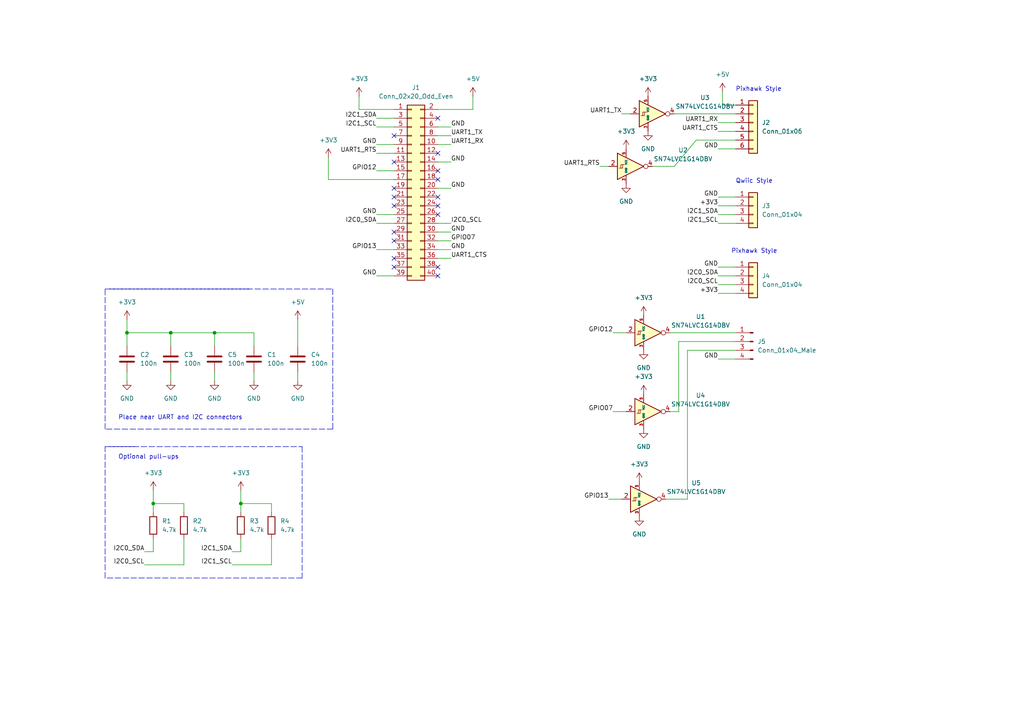
<source format=kicad_sch>
(kicad_sch (version 20211123) (generator eeschema)
  (paper "A4")
  (lib_symbols
    (symbol "74xGxx:SN74LVC1G14DBV"
      (property "Reference" "U" (at -2.54 5.08 0))
      (property "Value" "SN74LVC1G14DBV" (at 10.16 5.08 0))
      (symbol "SN74LVC1G14DBV_0_1"
        (polyline (pts (xy -1.016 0.508) (xy -0.508 0.508)))
        (polyline (pts (xy -2.54 3.81) (xy -2.54 -3.81) (xy 5.08 0) (xy -2.54 3.81)) (stroke (width 0.254)) (fill (type background)))
        (polyline (pts (xy -1.524 -0.508) (xy -1.524 0.508) (xy -1.016 0.508) (xy -1.016 -0.508) (xy -2.032 -0.508)))
        (circle (center 5.715 0) (radius 0.635))
      )
      (symbol "SN74LVC1G14DBV_1_1"
        (pin no_connect line (at 5.08 0 180) (length 2.54) hide (name "NC") (number "1"))
        (pin input line (at -5.08 0 0) (length 2.54) (name "~") (number "2"))
        (pin power_in line (at 0 -5.08 90) (length 2.54) (name "GND") (number "3"))
        (pin output line (at 7.62 0 180) (length 1.27) (name "~") (number "4"))
        (pin power_in line (at 0 5.08 270) (length 2.54) (name "VCC") (number "5"))
      )
    )
    (symbol "Connector:Conn_01x04_Male" (pin_names (offset 1.016) hide)
      (property "Reference" "J" (at 0 5.08 0))
      (property "Value" "Conn_01x04_Male" (at 0 -7.62 0))
      (symbol "Conn_01x04_Male_1_1"
        (polyline (pts (xy 1.27 -5.08) (xy 0.8636 -5.08)) (stroke (width 0.1524)))
        (polyline (pts (xy 1.27 -2.54) (xy 0.8636 -2.54)) (stroke (width 0.1524)))
        (polyline (pts (xy 1.27 0) (xy 0.8636 0)) (stroke (width 0.1524)))
        (polyline (pts (xy 1.27 2.54) (xy 0.8636 2.54)) (stroke (width 0.1524)))
        (rectangle (start 0.8636 -4.953) (end 0 -5.207) (stroke (width 0.1524)) (fill (type outline)))
        (rectangle (start 0.8636 -2.413) (end 0 -2.667) (stroke (width 0.1524)) (fill (type outline)))
        (rectangle (start 0.8636 0.127) (end 0 -0.127) (stroke (width 0.1524)) (fill (type outline)))
        (rectangle (start 0.8636 2.667) (end 0 2.413) (stroke (width 0.1524)) (fill (type outline)))
        (pin passive line (at 5.08 2.54 180) (length 3.81) (name "Pin_1") (number "1"))
        (pin passive line (at 5.08 0 180) (length 3.81) (name "Pin_2") (number "2"))
        (pin passive line (at 5.08 -2.54 180) (length 3.81) (name "Pin_3") (number "3"))
        (pin passive line (at 5.08 -5.08 180) (length 3.81) (name "Pin_4") (number "4"))
      )
    )
    (symbol "Connector_Generic:Conn_01x04" (pin_names (offset 1.016) hide)
      (property "Reference" "J" (at 0 5.08 0))
      (property "Value" "Conn_01x04" (at 0 -7.62 0))
      (symbol "Conn_01x04_1_1"
        (rectangle (start -1.27 -4.953) (end 0 -5.207) (stroke (width 0.1524)))
        (rectangle (start -1.27 -2.413) (end 0 -2.667) (stroke (width 0.1524)))
        (rectangle (start -1.27 0.127) (end 0 -0.127) (stroke (width 0.1524)))
        (rectangle (start -1.27 2.667) (end 0 2.413) (stroke (width 0.1524)))
        (rectangle (start -1.27 3.81) (end 1.27 -6.35) (stroke (width 0.254)) (fill (type background)))
        (pin passive line (at -5.08 2.54 0) (length 3.81) (name "Pin_1") (number "1"))
        (pin passive line (at -5.08 0 0) (length 3.81) (name "Pin_2") (number "2"))
        (pin passive line (at -5.08 -2.54 0) (length 3.81) (name "Pin_3") (number "3"))
        (pin passive line (at -5.08 -5.08 0) (length 3.81) (name "Pin_4") (number "4"))
      )
    )
    (symbol "Connector_Generic:Conn_01x06" (pin_names (offset 1.016) hide)
      (property "Reference" "J" (at 0 7.62 0))
      (property "Value" "Conn_01x06" (at 0 -10.16 0))
      (symbol "Conn_01x06_1_1"
        (rectangle (start -1.27 -7.493) (end 0 -7.747) (stroke (width 0.1524)))
        (rectangle (start -1.27 -4.953) (end 0 -5.207) (stroke (width 0.1524)))
        (rectangle (start -1.27 -2.413) (end 0 -2.667) (stroke (width 0.1524)))
        (rectangle (start -1.27 0.127) (end 0 -0.127) (stroke (width 0.1524)))
        (rectangle (start -1.27 2.667) (end 0 2.413) (stroke (width 0.1524)))
        (rectangle (start -1.27 5.207) (end 0 4.953) (stroke (width 0.1524)))
        (rectangle (start -1.27 6.35) (end 1.27 -8.89) (stroke (width 0.254)) (fill (type background)))
        (pin passive line (at -5.08 5.08 0) (length 3.81) (name "Pin_1") (number "1"))
        (pin passive line (at -5.08 2.54 0) (length 3.81) (name "Pin_2") (number "2"))
        (pin passive line (at -5.08 0 0) (length 3.81) (name "Pin_3") (number "3"))
        (pin passive line (at -5.08 -2.54 0) (length 3.81) (name "Pin_4") (number "4"))
        (pin passive line (at -5.08 -5.08 0) (length 3.81) (name "Pin_5") (number "5"))
        (pin passive line (at -5.08 -7.62 0) (length 3.81) (name "Pin_6") (number "6"))
      )
    )
    (symbol "Connector_Generic:Conn_02x20_Odd_Even" (pin_names (offset 1.016) hide)
      (property "Reference" "J" (at 1.27 25.4 0))
      (property "Value" "Conn_02x20_Odd_Even" (at 1.27 -27.94 0))
      (symbol "Conn_02x20_Odd_Even_1_1"
        (rectangle (start -1.27 -25.273) (end 0 -25.527) (stroke (width 0.1524)))
        (rectangle (start -1.27 -22.733) (end 0 -22.987) (stroke (width 0.1524)))
        (rectangle (start -1.27 -20.193) (end 0 -20.447) (stroke (width 0.1524)))
        (rectangle (start -1.27 -17.653) (end 0 -17.907) (stroke (width 0.1524)))
        (rectangle (start -1.27 -15.113) (end 0 -15.367) (stroke (width 0.1524)))
        (rectangle (start -1.27 -12.573) (end 0 -12.827) (stroke (width 0.1524)))
        (rectangle (start -1.27 -10.033) (end 0 -10.287) (stroke (width 0.1524)))
        (rectangle (start -1.27 -7.493) (end 0 -7.747) (stroke (width 0.1524)))
        (rectangle (start -1.27 -4.953) (end 0 -5.207) (stroke (width 0.1524)))
        (rectangle (start -1.27 -2.413) (end 0 -2.667) (stroke (width 0.1524)))
        (rectangle (start -1.27 0.127) (end 0 -0.127) (stroke (width 0.1524)))
        (rectangle (start -1.27 2.667) (end 0 2.413) (stroke (width 0.1524)))
        (rectangle (start -1.27 5.207) (end 0 4.953) (stroke (width 0.1524)))
        (rectangle (start -1.27 7.747) (end 0 7.493) (stroke (width 0.1524)))
        (rectangle (start -1.27 10.287) (end 0 10.033) (stroke (width 0.1524)))
        (rectangle (start -1.27 12.827) (end 0 12.573) (stroke (width 0.1524)))
        (rectangle (start -1.27 15.367) (end 0 15.113) (stroke (width 0.1524)))
        (rectangle (start -1.27 17.907) (end 0 17.653) (stroke (width 0.1524)))
        (rectangle (start -1.27 20.447) (end 0 20.193) (stroke (width 0.1524)))
        (rectangle (start -1.27 22.987) (end 0 22.733) (stroke (width 0.1524)))
        (rectangle (start -1.27 24.13) (end 3.81 -26.67) (stroke (width 0.254)) (fill (type background)))
        (rectangle (start 3.81 -25.273) (end 2.54 -25.527) (stroke (width 0.1524)))
        (rectangle (start 3.81 -22.733) (end 2.54 -22.987) (stroke (width 0.1524)))
        (rectangle (start 3.81 -20.193) (end 2.54 -20.447) (stroke (width 0.1524)))
        (rectangle (start 3.81 -17.653) (end 2.54 -17.907) (stroke (width 0.1524)))
        (rectangle (start 3.81 -15.113) (end 2.54 -15.367) (stroke (width 0.1524)))
        (rectangle (start 3.81 -12.573) (end 2.54 -12.827) (stroke (width 0.1524)))
        (rectangle (start 3.81 -10.033) (end 2.54 -10.287) (stroke (width 0.1524)))
        (rectangle (start 3.81 -7.493) (end 2.54 -7.747) (stroke (width 0.1524)))
        (rectangle (start 3.81 -4.953) (end 2.54 -5.207) (stroke (width 0.1524)))
        (rectangle (start 3.81 -2.413) (end 2.54 -2.667) (stroke (width 0.1524)))
        (rectangle (start 3.81 0.127) (end 2.54 -0.127) (stroke (width 0.1524)))
        (rectangle (start 3.81 2.667) (end 2.54 2.413) (stroke (width 0.1524)))
        (rectangle (start 3.81 5.207) (end 2.54 4.953) (stroke (width 0.1524)))
        (rectangle (start 3.81 7.747) (end 2.54 7.493) (stroke (width 0.1524)))
        (rectangle (start 3.81 10.287) (end 2.54 10.033) (stroke (width 0.1524)))
        (rectangle (start 3.81 12.827) (end 2.54 12.573) (stroke (width 0.1524)))
        (rectangle (start 3.81 15.367) (end 2.54 15.113) (stroke (width 0.1524)))
        (rectangle (start 3.81 17.907) (end 2.54 17.653) (stroke (width 0.1524)))
        (rectangle (start 3.81 20.447) (end 2.54 20.193) (stroke (width 0.1524)))
        (rectangle (start 3.81 22.987) (end 2.54 22.733) (stroke (width 0.1524)))
        (pin passive line (at -5.08 22.86 0) (length 3.81) (name "Pin_1") (number "1"))
        (pin passive line (at 7.62 12.7 180) (length 3.81) (name "Pin_10") (number "10"))
        (pin passive line (at -5.08 10.16 0) (length 3.81) (name "Pin_11") (number "11"))
        (pin passive line (at 7.62 10.16 180) (length 3.81) (name "Pin_12") (number "12"))
        (pin passive line (at -5.08 7.62 0) (length 3.81) (name "Pin_13") (number "13"))
        (pin passive line (at 7.62 7.62 180) (length 3.81) (name "Pin_14") (number "14"))
        (pin passive line (at -5.08 5.08 0) (length 3.81) (name "Pin_15") (number "15"))
        (pin passive line (at 7.62 5.08 180) (length 3.81) (name "Pin_16") (number "16"))
        (pin passive line (at -5.08 2.54 0) (length 3.81) (name "Pin_17") (number "17"))
        (pin passive line (at 7.62 2.54 180) (length 3.81) (name "Pin_18") (number "18"))
        (pin passive line (at -5.08 0 0) (length 3.81) (name "Pin_19") (number "19"))
        (pin passive line (at 7.62 22.86 180) (length 3.81) (name "Pin_2") (number "2"))
        (pin passive line (at 7.62 0 180) (length 3.81) (name "Pin_20") (number "20"))
        (pin passive line (at -5.08 -2.54 0) (length 3.81) (name "Pin_21") (number "21"))
        (pin passive line (at 7.62 -2.54 180) (length 3.81) (name "Pin_22") (number "22"))
        (pin passive line (at -5.08 -5.08 0) (length 3.81) (name "Pin_23") (number "23"))
        (pin passive line (at 7.62 -5.08 180) (length 3.81) (name "Pin_24") (number "24"))
        (pin passive line (at -5.08 -7.62 0) (length 3.81) (name "Pin_25") (number "25"))
        (pin passive line (at 7.62 -7.62 180) (length 3.81) (name "Pin_26") (number "26"))
        (pin passive line (at -5.08 -10.16 0) (length 3.81) (name "Pin_27") (number "27"))
        (pin passive line (at 7.62 -10.16 180) (length 3.81) (name "Pin_28") (number "28"))
        (pin passive line (at -5.08 -12.7 0) (length 3.81) (name "Pin_29") (number "29"))
        (pin passive line (at -5.08 20.32 0) (length 3.81) (name "Pin_3") (number "3"))
        (pin passive line (at 7.62 -12.7 180) (length 3.81) (name "Pin_30") (number "30"))
        (pin passive line (at -5.08 -15.24 0) (length 3.81) (name "Pin_31") (number "31"))
        (pin passive line (at 7.62 -15.24 180) (length 3.81) (name "Pin_32") (number "32"))
        (pin passive line (at -5.08 -17.78 0) (length 3.81) (name "Pin_33") (number "33"))
        (pin passive line (at 7.62 -17.78 180) (length 3.81) (name "Pin_34") (number "34"))
        (pin passive line (at -5.08 -20.32 0) (length 3.81) (name "Pin_35") (number "35"))
        (pin passive line (at 7.62 -20.32 180) (length 3.81) (name "Pin_36") (number "36"))
        (pin passive line (at -5.08 -22.86 0) (length 3.81) (name "Pin_37") (number "37"))
        (pin passive line (at 7.62 -22.86 180) (length 3.81) (name "Pin_38") (number "38"))
        (pin passive line (at -5.08 -25.4 0) (length 3.81) (name "Pin_39") (number "39"))
        (pin passive line (at 7.62 20.32 180) (length 3.81) (name "Pin_4") (number "4"))
        (pin passive line (at 7.62 -25.4 180) (length 3.81) (name "Pin_40") (number "40"))
        (pin passive line (at -5.08 17.78 0) (length 3.81) (name "Pin_5") (number "5"))
        (pin passive line (at 7.62 17.78 180) (length 3.81) (name "Pin_6") (number "6"))
        (pin passive line (at -5.08 15.24 0) (length 3.81) (name "Pin_7") (number "7"))
        (pin passive line (at 7.62 15.24 180) (length 3.81) (name "Pin_8") (number "8"))
        (pin passive line (at -5.08 12.7 0) (length 3.81) (name "Pin_9") (number "9"))
      )
    )
    (symbol "Device:C" (pin_numbers hide) (pin_names (offset 0.254))
      (property "Reference" "C" (at 0.635 2.54 0))
      (property "Value" "C" (at 0.635 -2.54 0))
      (symbol "C_0_1"
        (polyline (pts (xy -2.032 -0.762) (xy 2.032 -0.762)) (stroke (width 0.508)))
        (polyline (pts (xy -2.032 0.762) (xy 2.032 0.762)) (stroke (width 0.508)))
      )
      (symbol "C_1_1"
        (pin passive line (at 0 3.81 270) (length 2.794) (name "~") (number "1"))
        (pin passive line (at 0 -3.81 90) (length 2.794) (name "~") (number "2"))
      )
    )
    (symbol "Device:R" (pin_numbers hide) (pin_names (offset 0))
      (property "Reference" "R" (at 2.032 0 90))
      (property "Value" "R" (at 0 0 90))
      (symbol "R_0_1"
        (rectangle (start -1.016 -2.54) (end 1.016 2.54) (stroke (width 0.254)))
      )
      (symbol "R_1_1"
        (pin passive line (at 0 3.81 270) (length 1.27) (name "~") (number "1"))
        (pin passive line (at 0 -3.81 90) (length 1.27) (name "~") (number "2"))
      )
    )
    (symbol "power:+3V3" (power) (pin_names (offset 0))
      (property "Value" "+3V3" (at 0 3.556 0))
      (symbol "+3V3_0_1"
        (polyline (pts (xy -0.762 1.27) (xy 0 2.54)))
        (polyline (pts (xy 0 0) (xy 0 2.54)))
        (polyline (pts (xy 0 2.54) (xy 0.762 1.27)))
      )
      (symbol "+3V3_1_1"
        (pin power_in line (at 0 0 90) (length 0) hide (name "+3V3") (number "1"))
      )
    )
    (symbol "power:+5V" (power) (pin_names (offset 0))
      (property "Value" "+5V" (at 0 3.556 0))
      (symbol "+5V_0_1"
        (polyline (pts (xy -0.762 1.27) (xy 0 2.54)))
        (polyline (pts (xy 0 0) (xy 0 2.54)))
        (polyline (pts (xy 0 2.54) (xy 0.762 1.27)))
      )
      (symbol "+5V_1_1"
        (pin power_in line (at 0 0 90) (length 0) hide (name "+5V") (number "1"))
      )
    )
    (symbol "power:GND" (power) (pin_names (offset 0))
      (property "Value" "GND" (at 0 -3.81 0))
      (symbol "GND_0_1"
        (polyline (pts (xy 0 0) (xy 0 -1.27) (xy 1.27 -1.27) (xy 0 -2.54) (xy -1.27 -1.27) (xy 0 -1.27)))
      )
      (symbol "GND_1_1"
        (pin power_in line (at 0 0 270) (length 0) hide (name "GND") (number "1"))
      )
    )
  )
  (junction (at 69.85 146.05))
  (junction (at 36.83 96.52))
  (junction (at 62.23 96.52))
  (junction (at 44.45 146.05))
  (junction (at 49.53 96.52))
  (no_connect (at 127 44.45))
  (no_connect (at 114.3 57.15))
  (no_connect (at 114.3 54.61))
  (no_connect (at 114.3 46.99))
  (no_connect (at 114.3 39.37))
  (no_connect (at 127 49.53))
  (no_connect (at 127 52.07))
  (no_connect (at 127 57.15))
  (no_connect (at 127 77.47))
  (no_connect (at 127 80.01))
  (no_connect (at 114.3 77.47))
  (no_connect (at 114.3 74.93))
  (no_connect (at 127 59.69))
  (no_connect (at 127 62.23))
  (no_connect (at 114.3 69.85))
  (no_connect (at 114.3 59.69))
  (no_connect (at 114.3 67.31))
  (no_connect (at 127 34.29))
  (wire (pts (xy 180.34 33.02) (xy 182.88 33.02)))
  (wire (pts (xy 36.83 92.71) (xy 36.83 96.52)))
  (wire (pts (xy 127 31.75) (xy 137.16 31.75)))
  (wire (pts (xy 127 67.31) (xy 130.81 67.31)))
  (wire (pts (xy 193.04 144.78) (xy 199.39 144.78)))
  (wire (pts (xy 69.85 160.02) (xy 69.85 156.21)))
  (wire (pts (xy 86.36 107.95) (xy 86.36 110.49)))
  (wire (pts (xy 173.99 48.26) (xy 176.53 48.26)))
  (wire (pts (xy 208.28 38.1) (xy 213.36 38.1)))
  (wire (pts (xy 41.91 160.02) (xy 44.45 160.02)))
  (wire (pts (xy 44.45 146.05) (xy 44.45 148.59)))
  (polyline (pts (xy 96.52 83.82) (xy 96.52 124.46)))
  (polyline (pts (xy 30.48 129.54) (xy 39.37 129.54)))
  (wire (pts (xy 53.34 148.59) (xy 53.34 146.05)))
  (wire (pts (xy 213.36 30.48) (xy 209.55 30.48)))
  (wire (pts (xy 109.22 41.91) (xy 114.3 41.91)))
  (wire (pts (xy 208.28 85.09) (xy 213.36 85.09)))
  (wire (pts (xy 49.53 100.33) (xy 49.53 96.52)))
  (wire (pts (xy 41.91 163.83) (xy 53.34 163.83)))
  (wire (pts (xy 109.22 62.23) (xy 114.3 62.23)))
  (wire (pts (xy 62.23 107.95) (xy 62.23 110.49)))
  (wire (pts (xy 86.36 92.71) (xy 86.36 100.33)))
  (wire (pts (xy 44.45 146.05) (xy 53.34 146.05)))
  (wire (pts (xy 127 36.83) (xy 130.81 36.83)))
  (wire (pts (xy 213.36 40.64) (xy 201.93 40.64)))
  (wire (pts (xy 127 69.85) (xy 130.81 69.85)))
  (wire (pts (xy 199.39 101.6) (xy 213.36 101.6)))
  (wire (pts (xy 189.23 48.26) (xy 195.58 48.26)))
  (wire (pts (xy 208.28 59.69) (xy 213.36 59.69)))
  (wire (pts (xy 208.28 43.18) (xy 213.36 43.18)))
  (wire (pts (xy 208.28 62.23) (xy 213.36 62.23)))
  (wire (pts (xy 196.85 119.38) (xy 196.85 99.06)))
  (wire (pts (xy 114.3 52.07) (xy 95.25 52.07)))
  (wire (pts (xy 127 74.93) (xy 130.81 74.93)))
  (wire (pts (xy 109.22 49.53) (xy 114.3 49.53)))
  (wire (pts (xy 208.28 80.01) (xy 213.36 80.01)))
  (wire (pts (xy 62.23 96.52) (xy 73.66 96.52)))
  (wire (pts (xy 109.22 36.83) (xy 114.3 36.83)))
  (wire (pts (xy 109.22 72.39) (xy 114.3 72.39)))
  (wire (pts (xy 62.23 100.33) (xy 62.23 96.52)))
  (wire (pts (xy 49.53 96.52) (xy 62.23 96.52)))
  (wire (pts (xy 127 64.77) (xy 130.81 64.77)))
  (wire (pts (xy 177.8 96.52) (xy 181.61 96.52)))
  (wire (pts (xy 208.28 64.77) (xy 213.36 64.77)))
  (wire (pts (xy 36.83 107.95) (xy 36.83 110.49)))
  (wire (pts (xy 109.22 80.01) (xy 114.3 80.01)))
  (wire (pts (xy 109.22 44.45) (xy 114.3 44.45)))
  (wire (pts (xy 53.34 156.21) (xy 53.34 163.83)))
  (wire (pts (xy 195.58 33.02) (xy 213.36 33.02)))
  (wire (pts (xy 67.31 163.83) (xy 78.74 163.83)))
  (wire (pts (xy 127 54.61) (xy 130.81 54.61)))
  (wire (pts (xy 201.93 40.64) (xy 195.58 48.26)))
  (wire (pts (xy 208.28 35.56) (xy 213.36 35.56)))
  (wire (pts (xy 104.14 31.75) (xy 104.14 27.94)))
  (wire (pts (xy 114.3 31.75) (xy 104.14 31.75)))
  (wire (pts (xy 69.85 146.05) (xy 69.85 148.59)))
  (wire (pts (xy 109.22 34.29) (xy 114.3 34.29)))
  (wire (pts (xy 127 41.91) (xy 130.81 41.91)))
  (wire (pts (xy 109.22 64.77) (xy 114.3 64.77)))
  (wire (pts (xy 209.55 30.48) (xy 209.55 26.67)))
  (wire (pts (xy 36.83 100.33) (xy 36.83 96.52)))
  (wire (pts (xy 69.85 146.05) (xy 78.74 146.05)))
  (wire (pts (xy 44.45 160.02) (xy 44.45 156.21)))
  (wire (pts (xy 49.53 107.95) (xy 49.53 110.49)))
  (polyline (pts (xy 87.63 167.64) (xy 30.48 167.64)))
  (wire (pts (xy 208.28 104.14) (xy 213.36 104.14)))
  (wire (pts (xy 127 39.37) (xy 130.81 39.37)))
  (wire (pts (xy 78.74 148.59) (xy 78.74 146.05)))
  (polyline (pts (xy 31.75 129.54) (xy 87.63 129.54)))
  (wire (pts (xy 69.85 142.24) (xy 69.85 146.05)))
  (wire (pts (xy 196.85 99.06) (xy 213.36 99.06)))
  (wire (pts (xy 137.16 31.75) (xy 137.16 27.94)))
  (polyline (pts (xy 96.52 124.46) (xy 30.48 124.46)))
  (polyline (pts (xy 30.48 124.46) (xy 30.48 83.82)))
  (wire (pts (xy 194.31 119.38) (xy 196.85 119.38)))
  (wire (pts (xy 73.66 107.95) (xy 73.66 110.49)))
  (wire (pts (xy 44.45 142.24) (xy 44.45 146.05)))
  (polyline (pts (xy 30.48 83.82) (xy 96.52 83.82)))
  (wire (pts (xy 177.8 119.38) (xy 181.61 119.38)))
  (wire (pts (xy 127 72.39) (xy 130.81 72.39)))
  (polyline (pts (xy 30.48 167.64) (xy 30.48 129.54)))
  (wire (pts (xy 36.83 96.52) (xy 49.53 96.52)))
  (polyline (pts (xy 31.75 83.82) (xy 72.39 83.82)))
  (wire (pts (xy 199.39 144.78) (xy 199.39 101.6)))
  (wire (pts (xy 73.66 96.52) (xy 73.66 100.33)))
  (wire (pts (xy 208.28 57.15) (xy 213.36 57.15)))
  (wire (pts (xy 194.31 96.52) (xy 213.36 96.52)))
  (wire (pts (xy 176.53 144.78) (xy 180.34 144.78)))
  (wire (pts (xy 95.25 52.07) (xy 95.25 45.72)))
  (wire (pts (xy 127 46.99) (xy 130.81 46.99)))
  (wire (pts (xy 78.74 156.21) (xy 78.74 163.83)))
  (wire (pts (xy 208.28 82.55) (xy 213.36 82.55)))
  (polyline (pts (xy 87.63 129.54) (xy 87.63 167.64)))
  (wire (pts (xy 208.28 77.47) (xy 213.36 77.47)))
  (wire (pts (xy 67.31 160.02) (xy 69.85 160.02)))
  (text "Place near UART and I2C connectors" (at 34.29 121.92 0) (effects (font (size 1.27 1.27)) (justify left bottom)))
  (text "Pixhawk Style" (at 212.09 73.66 0) (effects (font (size 1.27 1.27)) (justify left bottom)))
  (text "Qwiic Style" (at 213.36 53.34 0) (effects (font (size 1.27 1.27)) (justify left bottom)))
  (text "Optional pull-ups" (at 34.29 133.35 0) (effects (font (size 1.27 1.27)) (justify left bottom)))
  (text "Pixhawk Style" (at 213.36 26.67 0) (effects (font (size 1.27 1.27)) (justify left bottom)))
  (label "GPIO07" (at 130.81 69.85 0))
  (label "+3V3" (at 208.28 85.09 180))
  (label "I2C0_SCL" (at 130.81 64.77 0))
  (label "UART1_CTS" (at 130.81 74.93 0))
  (label "GND" (at 130.81 36.83 0))
  (label "UART1_RTS" (at 109.22 44.45 180))
  (label "UART1_RX" (at 130.81 41.91 0))
  (label "I2C1_SDA" (at 208.28 62.23 180))
  (label "UART1_CTS" (at 208.28 38.1 180))
  (label "GND" (at 130.81 54.61 0))
  (label "GND" (at 208.28 77.47 180))
  (label "I2C1_SDA" (at 67.31 160.02 180))
  (label "GPIO13" (at 109.22 72.39 180))
  (label "GPIO12" (at 177.8 96.52 180))
  (label "I2C1_SCL" (at 67.31 163.83 180))
  (label "I2C0_SDA" (at 208.28 80.01 180))
  (label "GND" (at 109.22 62.23 180))
  (label "I2C0_SDA" (at 41.91 160.02 180))
  (label "GND" (at 130.81 72.39 0))
  (label "I2C0_SDA" (at 109.22 64.77 180))
  (label "GND" (at 130.81 46.99 0))
  (label "+3V3" (at 208.28 59.69 180))
  (label "I2C0_SCL" (at 41.91 163.83 180))
  (label "GND" (at 109.22 41.91 180))
  (label "UART1_TX" (at 180.34 33.02 180))
  (label "I2C1_SCL" (at 208.28 64.77 180))
  (label "GND" (at 208.28 104.14 180))
  (label "UART1_RTS" (at 173.99 48.26 180))
  (label "I2C0_SCL" (at 208.28 82.55 180))
  (label "GPIO12" (at 109.22 49.53 180))
  (label "GND" (at 208.28 57.15 180))
  (label "GND" (at 109.22 80.01 180))
  (label "UART1_RX" (at 208.28 35.56 180))
  (label "GND" (at 130.81 67.31 0))
  (label "GPIO07" (at 177.8 119.38 180))
  (label "I2C1_SDA" (at 109.22 34.29 180))
  (label "UART1_TX" (at 130.81 39.37 0))
  (label "GPIO13" (at 176.53 144.78 180))
  (label "I2C1_SCL" (at 109.22 36.83 180))
  (label "GND" (at 208.28 43.18 180))
  (symbol (lib_id "power:GND") (at 36.83 110.49 0) (unit 1)
    (property "Reference" "#PWR04" (effects hide))
    (property "Value" "GND" (at 36.83 115.57 0))
  )
  (symbol (lib_id "Device:R") (at 44.45 152.4 0) (unit 1)
    (property "Reference" "R1" (at 46.99 151.1299 0) (effects (justify left)))
    (property "Value" "4.7k" (at 46.99 153.6699 0) (effects (justify left)))
    (property "Footprint" "Resistor_SMD:R_0603_1608Metric_Pad0.98x0.95mm_HandSolder" (effects hide))
  )
  (symbol (lib_id "power:+3V3") (at 95.25 45.72 0) (unit 1)
    (property "Reference" "#PWR0112" (effects hide))
    (property "Value" "+3V3" (at 95.25 40.64 0))
  )
  (symbol (lib_id "Device:R") (at 78.74 152.4 0) (unit 1)
    (property "Reference" "R4" (at 81.28 151.1299 0) (effects (justify left)))
    (property "Value" "4.7k" (at 81.28 153.6699 0) (effects (justify left)))
    (property "Footprint" "Resistor_SMD:R_0603_1608Metric_Pad0.98x0.95mm_HandSolder" (effects hide))
  )
  (symbol (lib_id "Connector:Conn_01x04_Male") (at 218.44 99.06 0) (mirror y) (unit 1)
    (property "Reference" "J5" (at 219.71 99.0599 0) (effects (justify right)))
    (property "Value" "Conn_01x04_Male" (at 219.71 101.5999 0) (effects (justify right)))
    (property "Footprint" "Connector_PinHeader_2.54mm:PinHeader_1x04_P2.54mm_Vertical" (effects hide))
  )
  (symbol (lib_id "power:GND") (at 187.96 38.1 0) (unit 1)
    (property "Reference" "#PWR0103" (effects hide))
    (property "Value" "GND" (at 187.96 43.18 0))
  )
  (symbol (lib_id "74xGxx:SN74LVC1G14DBV") (at 181.61 48.26 0) (unit 1)
    (property "Reference" "U2" (at 198.12 43.561 0))
    (property "Value" "SN74LVC1G14DBV" (at 198.12 46.101 0))
    (property "Footprint" "Package_TO_SOT_SMD:SOT-23-5" (effects hide))
    (property "Datasheet" "http://www.ti.com/lit/ds/symlink/sn74lvc1g14.pdf" (effects hide))
  )
  (symbol (lib_id "power:+3V3") (at 186.69 114.3 0) (unit 1)
    (property "Reference" "#PWR0109" (effects hide))
    (property "Value" "+3V3" (at 186.69 109.22 0))
  )
  (symbol (lib_id "power:GND") (at 86.36 110.49 0) (unit 1)
    (property "Reference" "#PWR09" (effects hide))
    (property "Value" "GND" (at 86.36 115.57 0))
  )
  (symbol (lib_id "power:GND") (at 186.69 124.46 0) (unit 1)
    (property "Reference" "#PWR0108" (effects hide))
    (property "Value" "GND" (at 186.69 129.54 0))
  )
  (symbol (lib_id "power:+3V3") (at 181.61 43.18 0) (unit 1)
    (property "Reference" "#PWR0102" (effects hide))
    (property "Value" "+3V3" (at 181.61 38.1 0))
  )
  (symbol (lib_id "power:+3V3") (at 185.42 139.7 0) (unit 1)
    (property "Reference" "#PWR0110" (effects hide))
    (property "Value" "+3V3" (at 185.42 134.62 0))
  )
  (symbol (lib_id "power:+3V3") (at 44.45 142.24 0) (unit 1)
    (property "Reference" "#PWR05" (effects hide))
    (property "Value" "+3V3" (at 44.45 137.16 0))
  )
  (symbol (lib_id "power:+5V") (at 209.55 26.67 0) (unit 1)
    (property "Reference" "#PWR013" (effects hide))
    (property "Value" "+5V" (at 209.55 21.59 0))
  )
  (symbol (lib_id "Connector_Generic:Conn_01x06") (at 218.44 35.56 0) (unit 1)
    (property "Reference" "J2" (at 220.98 35.5599 0) (effects (justify left)))
    (property "Value" "Conn_01x06" (at 220.98 38.0999 0) (effects (justify left)))
    (property "Footprint" "Connector_JST:JST_GH_BM06B-GHS-TBT_1x06-1MP_P1.25mm_Vertical" (effects hide))
  )
  (symbol (lib_id "Connector_Generic:Conn_01x04") (at 218.44 80.01 0) (unit 1)
    (property "Reference" "J4" (at 220.98 80.0099 0) (effects (justify left)))
    (property "Value" "Conn_01x04" (at 220.98 82.5499 0) (effects (justify left)))
    (property "Footprint" "Connector_JST:JST_GH_BM04B-GHS-TBT_1x04-1MP_P1.25mm_Vertical" (effects hide))
  )
  (symbol (lib_id "Device:C") (at 49.53 104.14 0) (unit 1)
    (property "Reference" "C3" (at 53.34 102.8699 0) (effects (justify left)))
    (property "Value" "100n" (at 53.34 105.4099 0) (effects (justify left)))
    (property "Footprint" "Capacitor_SMD:C_0603_1608Metric_Pad1.08x0.95mm_HandSolder" (effects hide))
  )
  (symbol (lib_id "Connector_Generic:Conn_02x20_Odd_Even") (at 119.38 54.61 0) (unit 1)
    (property "Reference" "J1" (at 120.65 25.4 0))
    (property "Value" "Conn_02x20_Odd_Even" (at 120.65 27.94 0))
    (property "Footprint" "Connector_PinSocket_2.54mm:PinSocket_2x20_P2.54mm_Horizontal" (effects hide))
  )
  (symbol (lib_id "power:GND") (at 73.66 110.49 0) (unit 1)
    (property "Reference" "#PWR02" (effects hide))
    (property "Value" "GND" (at 73.66 115.57 0))
  )
  (symbol (lib_id "power:+3V3") (at 186.69 91.44 0) (unit 1)
    (property "Reference" "#PWR0106" (effects hide))
    (property "Value" "+3V3" (at 186.69 86.36 0))
  )
  (symbol (lib_id "power:GND") (at 181.61 53.34 0) (unit 1)
    (property "Reference" "#PWR0104" (effects hide))
    (property "Value" "GND" (at 181.61 58.42 0))
  )
  (symbol (lib_id "74xGxx:SN74LVC1G14DBV") (at 187.96 33.02 0) (unit 1)
    (property "Reference" "U3" (at 204.47 28.321 0))
    (property "Value" "SN74LVC1G14DBV" (at 204.47 30.861 0))
    (property "Footprint" "Package_TO_SOT_SMD:SOT-23-5" (effects hide))
    (property "Datasheet" "http://www.ti.com/lit/ds/symlink/sn74lvc1g14.pdf" (effects hide))
  )
  (symbol (lib_id "Connector_Generic:Conn_01x04") (at 218.44 59.69 0) (unit 1)
    (property "Reference" "J3" (at 220.98 59.6899 0) (effects (justify left)))
    (property "Value" "Conn_01x04" (at 220.98 62.2299 0) (effects (justify left)))
    (property "Footprint" "Connector_JST:JST_SH_BM04B-SRSS-TB_1x04-1MP_P1.00mm_Vertical" (effects hide))
  )
  (symbol (lib_id "Device:C") (at 62.23 104.14 0) (unit 1)
    (property "Reference" "C5" (at 66.04 102.8699 0) (effects (justify left)))
    (property "Value" "100n" (at 66.04 105.4099 0) (effects (justify left)))
    (property "Footprint" "Capacitor_SMD:C_0603_1608Metric_Pad1.08x0.95mm_HandSolder" (effects hide))
  )
  (symbol (lib_id "power:GND") (at 185.42 149.86 0) (unit 1)
    (property "Reference" "#PWR0111" (effects hide))
    (property "Value" "GND" (at 185.42 154.94 0))
  )
  (symbol (lib_id "Device:C") (at 36.83 104.14 0) (unit 1)
    (property "Reference" "C2" (at 40.64 102.8699 0) (effects (justify left)))
    (property "Value" "100n" (at 40.64 105.4099 0) (effects (justify left)))
    (property "Footprint" "Capacitor_SMD:C_0603_1608Metric_Pad1.08x0.95mm_HandSolder" (effects hide))
  )
  (symbol (lib_id "Device:R") (at 53.34 152.4 0) (unit 1)
    (property "Reference" "R2" (at 55.88 151.1299 0) (effects (justify left)))
    (property "Value" "4.7k" (at 55.88 153.6699 0) (effects (justify left)))
    (property "Footprint" "Resistor_SMD:R_0603_1608Metric_Pad0.98x0.95mm_HandSolder" (effects hide))
  )
  (symbol (lib_id "74xGxx:SN74LVC1G14DBV") (at 186.69 119.38 0) (unit 1)
    (property "Reference" "U4" (at 203.2 114.681 0))
    (property "Value" "SN74LVC1G14DBV" (at 203.2 117.221 0))
    (property "Footprint" "Package_TO_SOT_SMD:SOT-23-5" (effects hide))
    (property "Datasheet" "http://www.ti.com/lit/ds/symlink/sn74lvc1g14.pdf" (effects hide))
  )
  (symbol (lib_id "power:GND") (at 186.69 101.6 0) (unit 1)
    (property "Reference" "#PWR0107" (effects hide))
    (property "Value" "GND" (at 186.69 106.68 0))
  )
  (symbol (lib_id "power:+5V") (at 86.36 92.71 0) (unit 1)
    (property "Reference" "#PWR08" (effects hide))
    (property "Value" "+5V" (at 86.36 87.63 0))
  )
  (symbol (lib_id "power:+5V") (at 137.16 27.94 0) (unit 1)
    (property "Reference" "#PWR012" (effects hide))
    (property "Value" "+5V" (at 137.16 22.86 0))
  )
  (symbol (lib_id "power:GND") (at 62.23 110.49 0) (unit 1)
    (property "Reference" "#PWR0105" (effects hide))
    (property "Value" "GND" (at 62.23 115.57 0))
  )
  (symbol (lib_id "Device:R") (at 69.85 152.4 0) (unit 1)
    (property "Reference" "R3" (at 72.39 151.1299 0) (effects (justify left)))
    (property "Value" "4.7k" (at 72.39 153.6699 0) (effects (justify left)))
    (property "Footprint" "Resistor_SMD:R_0603_1608Metric_Pad0.98x0.95mm_HandSolder" (effects hide))
  )
  (symbol (lib_id "74xGxx:SN74LVC1G14DBV") (at 186.69 96.52 0) (unit 1)
    (property "Reference" "U1" (at 203.2 91.821 0))
    (property "Value" "SN74LVC1G14DBV" (at 203.2 94.361 0))
    (property "Footprint" "Package_TO_SOT_SMD:SOT-23-5" (effects hide))
    (property "Datasheet" "http://www.ti.com/lit/ds/symlink/sn74lvc1g14.pdf" (effects hide))
  )
  (symbol (lib_id "power:+3V3") (at 104.14 27.94 0) (unit 1)
    (property "Reference" "#PWR011" (effects hide))
    (property "Value" "+3V3" (at 104.14 22.86 0))
  )
  (symbol (lib_id "power:+3V3") (at 69.85 142.24 0) (unit 1)
    (property "Reference" "#PWR010" (effects hide))
    (property "Value" "+3V3" (at 69.85 137.16 0))
  )
  (symbol (lib_id "power:+3V3") (at 36.83 92.71 0) (unit 1)
    (property "Reference" "#PWR03" (effects hide))
    (property "Value" "+3V3" (at 36.83 87.63 0))
  )
  (symbol (lib_id "power:+3V3") (at 187.96 27.94 0) (unit 1)
    (property "Reference" "#PWR0101" (effects hide))
    (property "Value" "+3V3" (at 187.96 22.86 0))
  )
  (symbol (lib_id "74xGxx:SN74LVC1G14DBV") (at 185.42 144.78 0) (unit 1)
    (property "Reference" "U5" (at 201.93 140.081 0))
    (property "Value" "SN74LVC1G14DBV" (at 201.93 142.621 0))
    (property "Footprint" "Package_TO_SOT_SMD:SOT-23-5" (effects hide))
    (property "Datasheet" "http://www.ti.com/lit/ds/symlink/sn74lvc1g14.pdf" (effects hide))
  )
  (symbol (lib_id "Device:C") (at 73.66 104.14 0) (unit 1)
    (property "Reference" "C1" (at 77.47 102.8699 0) (effects (justify left)))
    (property "Value" "100n" (at 77.47 105.4099 0) (effects (justify left)))
    (property "Footprint" "Capacitor_SMD:C_0603_1608Metric_Pad1.08x0.95mm_HandSolder" (effects hide))
  )
  (symbol (lib_id "power:GND") (at 49.53 110.49 0) (unit 1)
    (property "Reference" "#PWR06" (effects hide))
    (property "Value" "GND" (at 49.53 115.57 0))
  )
  (symbol (lib_id "Device:C") (at 86.36 104.14 0) (unit 1)
    (property "Reference" "C4" (at 90.17 102.8699 0) (effects (justify left)))
    (property "Value" "100n" (at 90.17 105.4099 0) (effects (justify left)))
    (property "Footprint" "Capacitor_SMD:C_0603_1608Metric_Pad1.08x0.95mm_HandSolder" (effects hide))
  )
)
</source>
